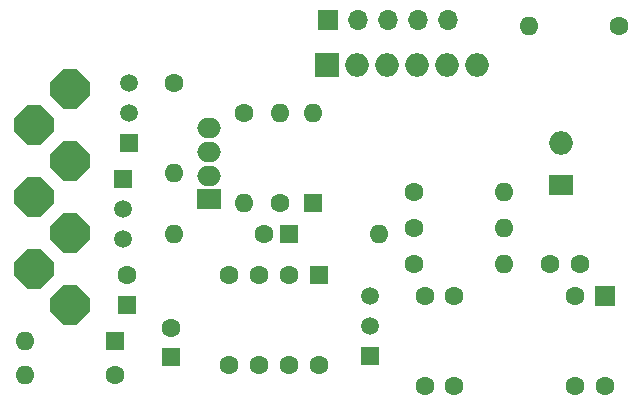
<source format=gbr>
G04 #@! TF.GenerationSoftware,KiCad,Pcbnew,9.0.0*
G04 #@! TF.CreationDate,2025-04-22T10:43:33+02:00*
G04 #@! TF.ProjectId,KnurCAN_V2,4b6e7572-4341-44e5-9f56-322e6b696361,rev?*
G04 #@! TF.SameCoordinates,Original*
G04 #@! TF.FileFunction,Soldermask,Top*
G04 #@! TF.FilePolarity,Negative*
%FSLAX46Y46*%
G04 Gerber Fmt 4.6, Leading zero omitted, Abs format (unit mm)*
G04 Created by KiCad (PCBNEW 9.0.0) date 2025-04-22 10:43:33*
%MOMM*%
%LPD*%
G01*
G04 APERTURE LIST*
G04 Aperture macros list*
%AMRoundRect*
0 Rectangle with rounded corners*
0 $1 Rounding radius*
0 $2 $3 $4 $5 $6 $7 $8 $9 X,Y pos of 4 corners*
0 Add a 4 corners polygon primitive as box body*
4,1,4,$2,$3,$4,$5,$6,$7,$8,$9,$2,$3,0*
0 Add four circle primitives for the rounded corners*
1,1,$1+$1,$2,$3*
1,1,$1+$1,$4,$5*
1,1,$1+$1,$6,$7*
1,1,$1+$1,$8,$9*
0 Add four rect primitives between the rounded corners*
20,1,$1+$1,$2,$3,$4,$5,0*
20,1,$1+$1,$4,$5,$6,$7,0*
20,1,$1+$1,$6,$7,$8,$9,0*
20,1,$1+$1,$8,$9,$2,$3,0*%
%AMOutline5P*
0 Free polygon, 5 corners , with rotation*
0 The origin of the aperture is its center*
0 number of corners: always 5*
0 $1 to $10 corner X, Y*
0 $11 Rotation angle, in degrees counterclockwise*
0 create outline with 5 corners*
4,1,5,$1,$2,$3,$4,$5,$6,$7,$8,$9,$10,$1,$2,$11*%
%AMOutline6P*
0 Free polygon, 6 corners , with rotation*
0 The origin of the aperture is its center*
0 number of corners: always 6*
0 $1 to $12 corner X, Y*
0 $13 Rotation angle, in degrees counterclockwise*
0 create outline with 6 corners*
4,1,6,$1,$2,$3,$4,$5,$6,$7,$8,$9,$10,$11,$12,$1,$2,$13*%
%AMOutline7P*
0 Free polygon, 7 corners , with rotation*
0 The origin of the aperture is its center*
0 number of corners: always 7*
0 $1 to $14 corner X, Y*
0 $15 Rotation angle, in degrees counterclockwise*
0 create outline with 7 corners*
4,1,7,$1,$2,$3,$4,$5,$6,$7,$8,$9,$10,$11,$12,$13,$14,$1,$2,$15*%
%AMOutline8P*
0 Free polygon, 8 corners , with rotation*
0 The origin of the aperture is its center*
0 number of corners: always 8*
0 $1 to $16 corner X, Y*
0 $17 Rotation angle, in degrees counterclockwise*
0 create outline with 8 corners*
4,1,8,$1,$2,$3,$4,$5,$6,$7,$8,$9,$10,$11,$12,$13,$14,$15,$16,$1,$2,$17*%
G04 Aperture macros list end*
%ADD10C,1.600000*%
%ADD11O,1.600000X1.600000*%
%ADD12R,1.500000X1.500000*%
%ADD13C,1.500000*%
%ADD14R,1.700000X1.700000*%
%ADD15O,1.700000X1.700000*%
%ADD16R,1.600000X1.600000*%
%ADD17RoundRect,0.250000X-0.550000X0.550000X-0.550000X-0.550000X0.550000X-0.550000X0.550000X0.550000X0*%
%ADD18Outline8P,-1.600000X0.800000X-0.800000X1.600000X0.800000X1.600000X1.600000X0.800000X1.600000X-0.800000X0.800000X-1.600000X-0.800000X-1.600000X-1.600000X-0.800000X135.000000*%
%ADD19R,2.000000X2.000000*%
%ADD20O,2.000000X2.000000*%
%ADD21R,2.000000X1.700000*%
%ADD22O,2.000000X1.700000*%
G04 APERTURE END LIST*
D10*
X83693000Y-84201000D03*
D11*
X91313000Y-84201000D03*
D10*
X83693000Y-87249000D03*
D11*
X91313000Y-87249000D03*
D12*
X59563000Y-76962000D03*
D13*
X59563000Y-74422000D03*
X59563000Y-71882000D03*
D14*
X76454000Y-66548000D03*
D15*
X78994000Y-66548000D03*
X81534000Y-66548000D03*
X84074000Y-66548000D03*
X86614000Y-66548000D03*
D10*
X58420000Y-96647000D03*
D11*
X50800000Y-96647000D03*
D16*
X59436000Y-90678000D03*
D10*
X59436000Y-88178000D03*
D17*
X75692000Y-88138000D03*
D10*
X73152000Y-88138000D03*
X70612000Y-88138000D03*
X68072000Y-88138000D03*
X68072000Y-95758000D03*
X70612000Y-95758000D03*
X73152000Y-95758000D03*
X75692000Y-95758000D03*
D16*
X58420000Y-93726000D03*
D11*
X50800000Y-93726000D03*
D10*
X63373000Y-71882000D03*
D11*
X63373000Y-79502000D03*
D14*
X99922000Y-89916000D03*
D10*
X97382000Y-89916000D03*
X87122000Y-89916000D03*
X84682000Y-89916000D03*
X84682000Y-97536000D03*
X87122000Y-97536000D03*
X97382000Y-97536000D03*
X99922000Y-97536000D03*
D18*
X54610000Y-90678000D03*
X51562000Y-87630000D03*
X54610000Y-84582000D03*
X51562000Y-81534000D03*
X54610000Y-78486000D03*
X51562000Y-75438000D03*
X54610000Y-72390000D03*
D10*
X95270000Y-87249000D03*
X97770000Y-87249000D03*
X69342000Y-74422000D03*
D11*
X69342000Y-82042000D03*
D16*
X75184000Y-82042000D03*
D11*
X75184000Y-74422000D03*
D12*
X59055000Y-80010000D03*
D13*
X59055000Y-82550000D03*
X59055000Y-85090000D03*
D10*
X70993000Y-84709000D03*
D11*
X63373000Y-84709000D03*
D16*
X63119000Y-95123000D03*
D10*
X63119000Y-92623000D03*
X101092000Y-67056000D03*
D11*
X93472000Y-67056000D03*
D10*
X72390000Y-82042000D03*
D11*
X72390000Y-74422000D03*
D10*
X83693000Y-81153000D03*
D11*
X91313000Y-81153000D03*
D19*
X76390000Y-70380000D03*
D20*
X78930000Y-70380000D03*
X81470000Y-70380000D03*
X84010000Y-70380000D03*
X86550000Y-70380000D03*
X89090000Y-70380000D03*
D21*
X96190000Y-80520000D03*
D20*
X96190000Y-76980000D03*
D21*
X66330000Y-81740000D03*
D22*
X66330000Y-79740000D03*
X66330000Y-77740000D03*
X66330000Y-75740000D03*
D16*
X73152000Y-84709000D03*
D11*
X80772000Y-84709000D03*
D12*
X79982000Y-94996000D03*
D13*
X79982000Y-92456000D03*
X79982000Y-89916000D03*
M02*

</source>
